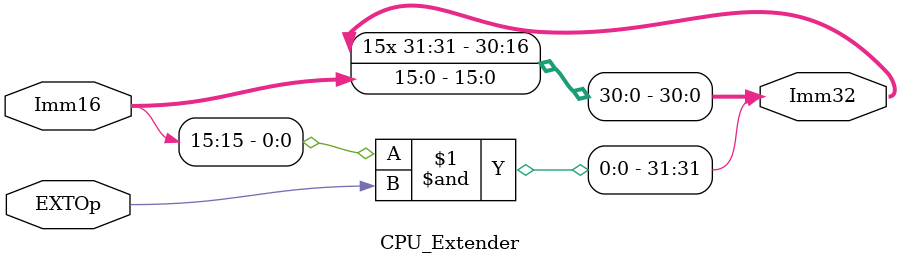
<source format=v>
module CPU_Extender(Imm16,EXTOp,Imm32);
  input[15:0] Imm16;
  input EXTOp;
  output[31:0] Imm32;
  assign Imm32={{16{Imm16[15]&EXTOp}},Imm16};
endmodule
</source>
